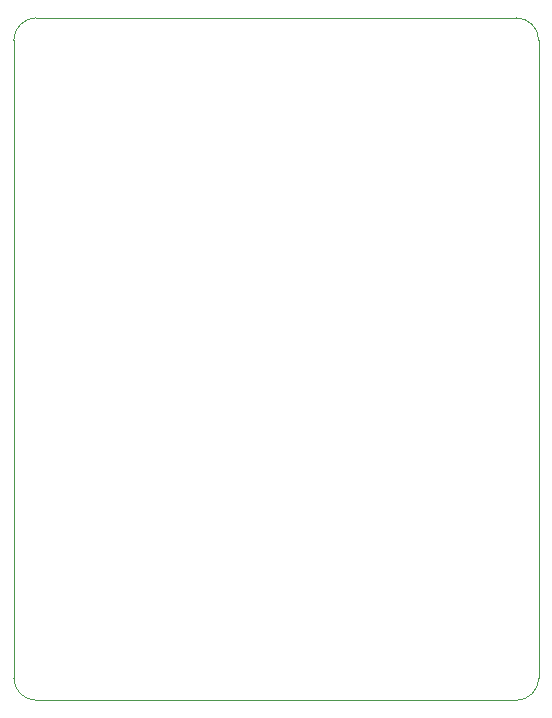
<source format=gbr>
G04 #@! TF.GenerationSoftware,KiCad,Pcbnew,(5.0.0)*
G04 #@! TF.CreationDate,2020-04-02T10:34:19-07:00*
G04 #@! TF.ProjectId,controlBoard_rev05a,636F6E74726F6C426F6172645F726576,rev?*
G04 #@! TF.SameCoordinates,Original*
G04 #@! TF.FileFunction,Profile,NP*
%FSLAX46Y46*%
G04 Gerber Fmt 4.6, Leading zero omitted, Abs format (unit mm)*
G04 Created by KiCad (PCBNEW (5.0.0)) date 04/02/20 10:34:19*
%MOMM*%
%LPD*%
G01*
G04 APERTURE LIST*
%ADD10C,0.100000*%
G04 APERTURE END LIST*
D10*
X42545000Y0D02*
G75*
G02X44450000Y-1905000I0J-1905000D01*
G01*
X0Y-55880000D02*
X0Y-1905000D01*
X42545000Y-57785000D02*
X1905000Y-57785000D01*
X1905000Y-57785000D02*
G75*
G02X0Y-55880000I0J1905000D01*
G01*
X44450000Y-1905000D02*
X44450000Y-55880000D01*
X44450000Y-55880000D02*
G75*
G02X42545000Y-57785000I-1905000J0D01*
G01*
X1905000Y0D02*
X42545000Y0D01*
X0Y-1905000D02*
G75*
G02X1905000Y0I1905000J0D01*
G01*
M02*

</source>
